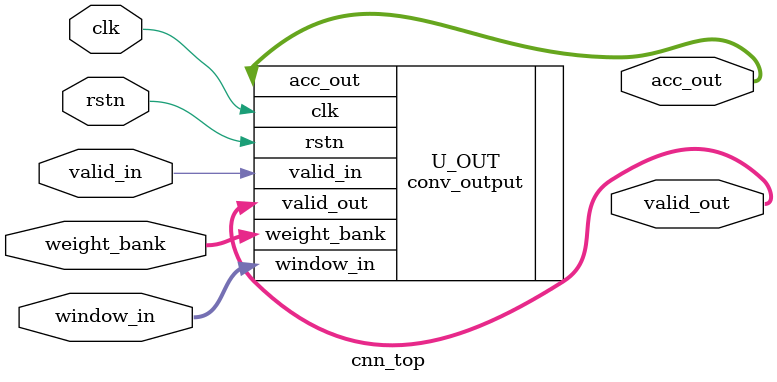
<source format=v>
`timescale 1ns / 1ps
module cnn_top (
    input clk,
    input rstn,
    input valid_in,
    input [IN_CH*DATA_W*9-1:0] window_in,
    input [OUT_CH*IN_CH*DATA_W*9-1:0] weight_bank,
    output [OUT_CH-1:0] valid_out,
    output [OUT_CH*ACC_W-1:0] acc_out
);
    // ===================================================
    // Parameter Declarations
    // ===================================================
    parameter DATA_W = 8;
    parameter ACC_W  = 32;
    parameter IN_CH  = 3;
    parameter OUT_CH = 8;

    // ===================================================
    // Convolution Output Module Instance
    // ===================================================
    conv_output #(
        .DATA_W(DATA_W),
        .ACC_W(ACC_W),
        .IN_CH(IN_CH),
        .OUT_CH(OUT_CH)
    ) U_OUT (
        .clk(clk),
        .rstn(rstn),
        .valid_in(valid_in),
        .window_in(window_in),
        .weight_bank(weight_bank),
        .valid_out(valid_out),
        .acc_out(acc_out)
    );

endmodule

</source>
